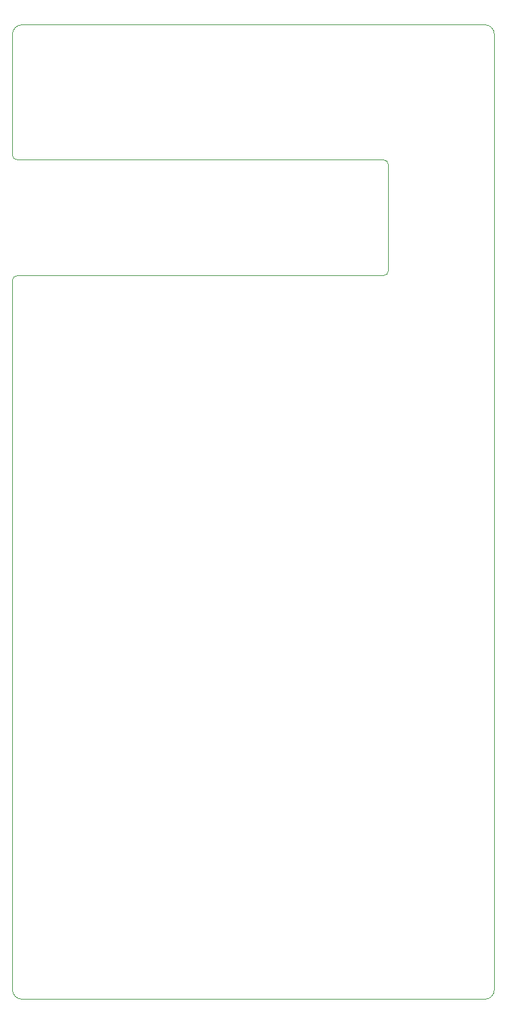
<source format=gbr>
%TF.GenerationSoftware,KiCad,Pcbnew,6.0.5+dfsg-1~bpo11+1*%
%TF.CreationDate,2022-10-03T08:51:32+13:00*%
%TF.ProjectId,ThinCalculator,5468696e-4361-46c6-9375-6c61746f722e,rev?*%
%TF.SameCoordinates,Original*%
%TF.FileFunction,Profile,NP*%
%FSLAX46Y46*%
G04 Gerber Fmt 4.6, Leading zero omitted, Abs format (unit mm)*
G04 Created by KiCad (PCBNEW 6.0.5+dfsg-1~bpo11+1) date 2022-10-03 08:51:32*
%MOMM*%
%LPD*%
G01*
G04 APERTURE LIST*
%TA.AperFunction,Profile*%
%ADD10C,0.100000*%
%TD*%
%TA.AperFunction,Profile*%
%ADD11C,0.120000*%
%TD*%
G04 APERTURE END LIST*
D10*
X98161974Y-162296974D02*
G75*
G03*
X99431974Y-163566974I1270000J0D01*
G01*
X160391974Y-163566974D02*
G75*
G03*
X161661974Y-162296974I0J1270000D01*
G01*
X98161974Y-52441974D02*
X98161974Y-36566974D01*
X98161974Y-162296974D02*
X98161974Y-68951974D01*
X161661974Y-36566974D02*
X161661974Y-162296974D01*
X160391974Y-163566974D02*
X99431974Y-163566974D01*
X161661974Y-36566974D02*
G75*
G03*
X160391974Y-35296974I-1270000J0D01*
G01*
X98161974Y-52441974D02*
G75*
G03*
X98796974Y-53076974I635000J0D01*
G01*
X98796974Y-68316974D02*
G75*
G03*
X98161974Y-68951974I0J-635000D01*
G01*
X99431974Y-35296974D02*
G75*
G03*
X98161974Y-36566974I0J-1270000D01*
G01*
X99431974Y-35296974D02*
X160391974Y-35296974D01*
D11*
%TO.C,U2*%
X98796974Y-68316974D02*
X147056974Y-68316975D01*
X147691974Y-67681974D02*
X147691974Y-53711974D01*
X147056974Y-53076974D02*
X98796974Y-53076974D01*
X147056974Y-68316974D02*
G75*
G03*
X147691974Y-67681974I1J634999D01*
G01*
X147691974Y-53711974D02*
G75*
G03*
X147056974Y-53076974I-635000J0D01*
G01*
%TD*%
M02*

</source>
